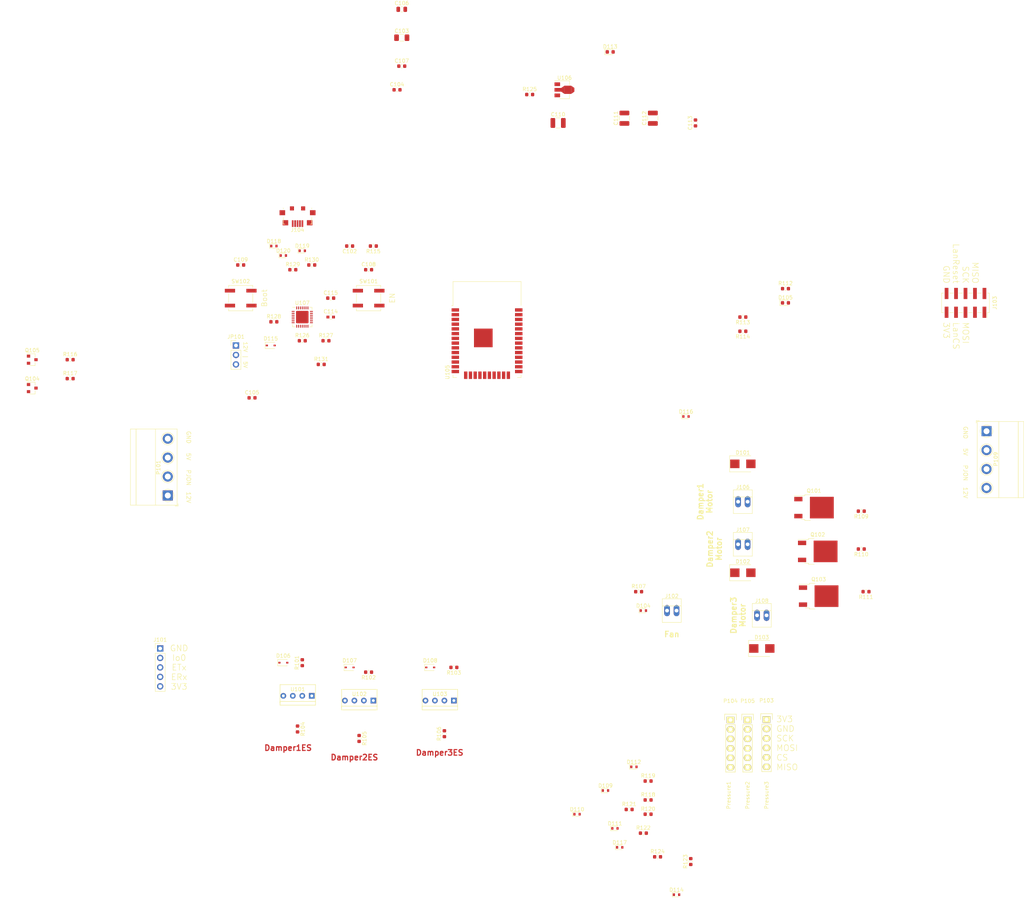
<source format=kicad_pcb>
(kicad_pcb (version 20171130) (host pcbnew 5.1.5+dfsg1-2build2)
  (layers (0 F.Cu signal) (31 B.Cu signal) (34 B.Paste user) (35 F.Paste user) (36 B.SilkS user) (37 F.SilkS user) (38 B.Mask user) (39 F.Mask user) (44 Edge.Cuts user))
  (net 0 "")
  (net 1 +12V)
  (net 2 "Net-(D101-Pad2)")
  (net 3 "Net-(D102-Pad2)")
  (net 4 "Net-(D103-Pad2)")
  (net 5 GND)
  (net 6 +5V)
  (net 7 /PJON)
  (net 8 "Net-(R101-Pad2)")
  (net 9 "Net-(R102-Pad2)")
  (net 10 "Net-(R103-Pad2)")
  (net 11 "Net-(R104-Pad1)")
  (net 12 "Net-(R105-Pad1)")
  (net 13 "Net-(R106-Pad1)")
  (net 14 /FAN)
  (net 15 /Damper1)
  (net 16 /Damper2)
  (net 17 /Damper3)
  (net 18 /EndstopDamper1)
  (net 19 /EndstopDamper2)
  (net 20 /EndstopDamper3)
  (net 21 /ESP_EN)
  (net 22 +3V3)
  (net 23 /IO0)
  (net 24 +VDC)
  (net 25 "Net-(D104-Pad1)")
  (net 26 "Net-(D105-Pad2)")
  (net 27 /ONBOARD_LED)
  (net 28 "Net-(D106-Pad1)")
  (net 29 "Net-(D107-Pad1)")
  (net 30 "Net-(D108-Pad1)")
  (net 31 /PS1_CS)
  (net 32 /PS2_CS)
  (net 33 /PS3_CS)
  (net 34 "Net-(D113-Pad2)")
  (net 35 /MISO)
  (net 36 /VBUS)
  (net 37 /MOSI)
  (net 38 /SCK)
  (net 39 /UCD-)
  (net 40 /UCD+)
  (net 41 /RXD0)
  (net 42 /TXD0)
  (net 43 /LAN_CS)
  (net 44 /LAN_RESET)
  (net 45 "Net-(Q101-Pad2)")
  (net 46 "Net-(Q102-Pad2)")
  (net 47 "Net-(Q103-Pad2)")
  (net 48 /RTS)
  (net 49 "Net-(Q104-Pad1)")
  (net 50 /DTR)
  (net 51 "Net-(Q105-Pad1)")
  (net 52 /RXD)
  (net 53 /TXD)
  (net 54 "Net-(R118-Pad1)")
  (net 55 "Net-(R119-Pad2)")
  (net 56 "Net-(R120-Pad2)")
  (net 57 "Net-(R121-Pad2)")
  (net 58 "Net-(R122-Pad2)")
  (net 59 "Net-(R123-Pad2)")
  (net 60 "Net-(R124-Pad2)")
  (net 61 "Net-(R126-Pad1)")
  (net 62 "Net-(R128-Pad2)")
  (net 63 /USB_D-)
  (net 64 /USB_D+)
  (net 65 "Net-(R131-Pad1)")
  (module FootprintsTittelbach:WJ2EDGRC-5.08-4P (layer F.Cu) (at 250.75 71.25 270)
    (fp_text reference P109 (at 7.5 -2.5 90) (layer F.SilkS))
    (fp_text value PWR_BUS_CONN2)
    (pad 1 thru_hole rect (at 0 0 270) (size 2.7 2.7) (drill 1.6) (layers *.Cu *.Mask) (net 5 GND))
    (pad 2 thru_hole circle (at 5.08 0 270) (size 2.7 2.7) (drill 1.6) (layers *.Cu *.Mask) (net 6 +5V))
    (pad 3 thru_hole circle (at 10.16 0 270) (size 2.7 2.7) (drill 1.6) (layers *.Cu *.Mask) (net 7 /PJON))
    (pad 4 thru_hole circle (at 15.24 0 270) (size 2.7 2.7) (drill 1.6) (layers *.Cu *.Mask) (net 1 +12V))
  )
  (module FootprintsTittelbach:WJ2EDGRC-5.08-4P (layer F.Cu) (at 31.25 88.5 90)
    (fp_text reference P101 (at 7.5 -2.5 90) (layer F.SilkS))
    (fp_text value PWR_BUS_CONN1)
    (pad 1 thru_hole rect (at 0 0 90) (size 2.7 2.7) (drill 1.6) (layers *.Cu *.Mask) (net 1 +12V))
    (pad 2 thru_hole circle (at 5.08 0 90) (size 2.7 2.7) (drill 1.6) (layers *.Cu *.Mask) (net 7 /PJON))
    (pad 3 thru_hole circle (at 10.16 0 90) (size 2.7 2.7) (drill 1.6) (layers *.Cu *.Mask) (net 6 +5V))
    (pad 4 thru_hole circle (at 15.24 0 90) (size 2.7 2.7) (drill 1.6) (layers *.Cu *.Mask) (net 5 GND))
  )
  (module Resistor_SMD:R_0603_1608Metric (layer F.Cu) (at 218.44 114.3 180)
    (fp_text reference R111 (at 0 -1.43) (layer F.SilkS))
    (fp_text value "100(1%)")
    (pad 2 smd roundrect (at 0.7875 0 180) (size 0.875 0.95) (layers F.Cu F.Paste F.Mask) (net 17 /Damper3))
    (pad 1 smd roundrect (at -0.7875 0 180) (size 0.875 0.95) (layers F.Cu F.Paste F.Mask) (net 47 "Net-(Q103-Pad2)"))
  )
  (module Resistor_SMD:R_0603_1608Metric (layer F.Cu) (at 217.17 102.87 180)
    (fp_text reference R110 (at 0 -1.43) (layer F.SilkS))
    (fp_text value "100(1%)")
    (pad 2 smd roundrect (at 0.7875 0 180) (size 0.875 0.95) (layers F.Cu F.Paste F.Mask) (net 16 /Damper2))
    (pad 1 smd roundrect (at -0.7875 0 180) (size 0.875 0.95) (layers F.Cu F.Paste F.Mask) (net 46 "Net-(Q102-Pad2)"))
  )
  (module Resistor_SMD:R_0603_1608Metric (layer F.Cu) (at 217.17 92.71 180)
    (fp_text reference R109 (at 0 -1.43) (layer F.SilkS))
    (fp_text value "100(1%)")
    (pad 2 smd roundrect (at 0.7875 0 180) (size 0.875 0.95) (layers F.Cu F.Paste F.Mask) (net 15 /Damper1))
    (pad 1 smd roundrect (at -0.7875 0 180) (size 0.875 0.95) (layers F.Cu F.Paste F.Mask) (net 45 "Net-(Q101-Pad2)"))
  )
  (module Resistor_SMD:R_0603_1608Metric (layer F.Cu) (at 157.48 114.3)
    (fp_text reference R107 (at 0 -1.43) (layer F.SilkS))
    (fp_text value "160(1%)")
    (pad 2 smd roundrect (at 0.7875 0) (size 0.875 0.95) (layers F.Cu F.Paste F.Mask) (net 14 /FAN))
    (pad 1 smd roundrect (at -0.7875 0) (size 0.875 0.95) (layers F.Cu F.Paste F.Mask) (net 25 "Net-(D104-Pad1)"))
  )
  (module Resistor_SMD:R_0603_1608Metric (layer F.Cu) (at 105.41 152.4 90)
    (fp_text reference R106 (at 0 -1.43 90) (layer F.SilkS))
    (fp_text value 2K2)
    (pad 2 smd roundrect (at 0.7875 0 90) (size 0.875 0.95) (layers F.Cu F.Paste F.Mask) (net 5 GND))
    (pad 1 smd roundrect (at -0.7875 0 90) (size 0.875 0.95) (layers F.Cu F.Paste F.Mask) (net 13 "Net-(R106-Pad1)"))
  )
  (module Resistor_SMD:R_0603_1608Metric (layer F.Cu) (at 82.55 153.67 270)
    (fp_text reference R105 (at 0 -1.43 90) (layer F.SilkS))
    (fp_text value 2K2)
    (pad 2 smd roundrect (at 0.7875 0 270) (size 0.875 0.95) (layers F.Cu F.Paste F.Mask) (net 5 GND))
    (pad 1 smd roundrect (at -0.7875 0 270) (size 0.875 0.95) (layers F.Cu F.Paste F.Mask) (net 12 "Net-(R105-Pad1)"))
  )
  (module Resistor_SMD:R_0603_1608Metric (layer F.Cu) (at 66.04 151.13 270)
    (fp_text reference R104 (at 0 -1.43 90) (layer F.SilkS))
    (fp_text value 2K2)
    (pad 2 smd roundrect (at 0.7875 0 270) (size 0.875 0.95) (layers F.Cu F.Paste F.Mask) (net 5 GND))
    (pad 1 smd roundrect (at -0.7875 0 270) (size 0.875 0.95) (layers F.Cu F.Paste F.Mask) (net 11 "Net-(R104-Pad1)"))
  )
  (module Resistor_SMD:R_0603_1608Metric (layer F.Cu) (at 107.95 134.62 180)
    (fp_text reference R103 (at 0 -1.43) (layer F.SilkS))
    (fp_text value "43(1%)")
    (pad 2 smd roundrect (at 0.7875 0 180) (size 0.875 0.95) (layers F.Cu F.Paste F.Mask) (net 10 "Net-(R103-Pad2)"))
    (pad 1 smd roundrect (at -0.7875 0 180) (size 0.875 0.95) (layers F.Cu F.Paste F.Mask) (net 22 +3V3))
  )
  (module Resistor_SMD:R_0603_1608Metric (layer F.Cu) (at 85.09 135.89 180)
    (fp_text reference R102 (at 0 -1.43) (layer F.SilkS))
    (fp_text value "43(1%)")
    (pad 2 smd roundrect (at 0.7875 0 180) (size 0.875 0.95) (layers F.Cu F.Paste F.Mask) (net 9 "Net-(R102-Pad2)"))
    (pad 1 smd roundrect (at -0.7875 0 180) (size 0.875 0.95) (layers F.Cu F.Paste F.Mask) (net 22 +3V3))
  )
  (module Resistor_SMD:R_0603_1608Metric (layer F.Cu) (at 67.31 133.35 90)
    (fp_text reference R101 (at 0 -1.43 90) (layer F.SilkS))
    (fp_text value "43(1%)")
    (pad 2 smd roundrect (at 0.7875 0 90) (size 0.875 0.95) (layers F.Cu F.Paste F.Mask) (net 8 "Net-(R101-Pad2)"))
    (pad 1 smd roundrect (at -0.7875 0 90) (size 0.875 0.95) (layers F.Cu F.Paste F.Mask) (net 22 +3V3))
  )
  (module Diode_SMD:D_SOD-323 (layer F.Cu) (at 58.86 48.26)
    (fp_text reference D115 (at 0 -1.85) (layer F.SilkS))
    (fp_text value BAT760-7)
    (pad 2 smd rect (at 1.05 0) (size 0.6 0.45) (layers F.Cu F.Paste F.Mask) (net 36 /VBUS))
    (pad 1 smd rect (at -1.05 0) (size 0.6 0.45) (layers F.Cu F.Paste F.Mask) (net 24 +VDC))
  )
  (module Diode_SMD:D_SOD-323 (layer F.Cu) (at 101.6 134.62)
    (fp_text reference D108 (at 0 -1.85) (layer F.SilkS))
    (fp_text value BAT760-7)
    (pad 2 smd rect (at 1.05 0) (size 0.6 0.45) (layers F.Cu F.Paste F.Mask) (net 20 /EndstopDamper3))
    (pad 1 smd rect (at -1.05 0) (size 0.6 0.45) (layers F.Cu F.Paste F.Mask) (net 30 "Net-(D108-Pad1)"))
  )
  (module Diode_SMD:D_SOD-323 (layer F.Cu) (at 80.01 134.62)
    (fp_text reference D107 (at 0 -1.85) (layer F.SilkS))
    (fp_text value BAT760-7)
    (pad 2 smd rect (at 1.05 0) (size 0.6 0.45) (layers F.Cu F.Paste F.Mask) (net 19 /EndstopDamper2))
    (pad 1 smd rect (at -1.05 0) (size 0.6 0.45) (layers F.Cu F.Paste F.Mask) (net 29 "Net-(D107-Pad1)"))
  )
  (module Diode_SMD:D_SOD-323 (layer F.Cu) (at 62.23 133.35)
    (fp_text reference D106 (at 0 -1.85) (layer F.SilkS))
    (fp_text value BAT760-7)
    (pad 2 smd rect (at 1.05 0) (size 0.6 0.45) (layers F.Cu F.Paste F.Mask) (net 18 /EndstopDamper1))
    (pad 1 smd rect (at -1.05 0) (size 0.6 0.45) (layers F.Cu F.Paste F.Mask) (net 28 "Net-(D106-Pad1)"))
  )
  (module Package_TO_SOT_SMD:TO-252-2 (layer F.Cu) (at 205.75 115.5)
    (fp_text reference Q103 (at 0 -4.5) (layer F.SilkS))
    (fp_text value IRLR8743TRPBF)
    (pad 2 smd rect (at 2.1 0) (size 6.4 5.8) (layers F.Cu F.Mask) (net 47 "Net-(Q103-Pad2)"))
    (pad 3 smd rect (at -4.2 2.28) (size 2.2 1.2) (layers F.Cu F.Paste F.Mask) (net 5 GND))
    (pad 1 smd rect (at -4.2 -2.28) (size 2.2 1.2) (layers F.Cu F.Paste F.Mask) (net 4 "Net-(D103-Pad2)"))
  )
  (module Package_TO_SOT_SMD:TO-252-2 (layer F.Cu) (at 205.5 103.5)
    (fp_text reference Q102 (at 0 -4.5) (layer F.SilkS))
    (fp_text value IRLR8743TRPBF)
    (pad 2 smd rect (at 2.1 0) (size 6.4 5.8) (layers F.Cu F.Mask) (net 46 "Net-(Q102-Pad2)"))
    (pad 3 smd rect (at -4.2 2.28) (size 2.2 1.2) (layers F.Cu F.Paste F.Mask) (net 5 GND))
    (pad 1 smd rect (at -4.2 -2.28) (size 2.2 1.2) (layers F.Cu F.Paste F.Mask) (net 3 "Net-(D102-Pad2)"))
  )
  (module Package_TO_SOT_SMD:TO-252-2 (layer F.Cu) (at 204.5 91.75)
    (fp_text reference Q101 (at 0 -4.5) (layer F.SilkS))
    (fp_text value IRLR8743TRPBF)
    (pad 2 smd rect (at 2.1 0) (size 6.4 5.8) (layers F.Cu F.Mask) (net 45 "Net-(Q101-Pad2)"))
    (pad 3 smd rect (at -4.2 2.28) (size 2.2 1.2) (layers F.Cu F.Paste F.Mask) (net 5 GND))
    (pad 1 smd rect (at -4.2 -2.28) (size 2.2 1.2) (layers F.Cu F.Paste F.Mask) (net 2 "Net-(D101-Pad2)"))
  )
  (module Package_DFN_QFN:QFN-28-1EP_5x5mm_P0.5mm_EP3.35x3.35mm (layer F.Cu) (at 67.31 40.64)
    (fp_text reference U107 (at 0 -3.8) (layer F.SilkS))
    (fp_text value CP2102N-A01-GQFN28)
    (pad 28 smd roundrect (at -1.5 -2.45) (size 0.25 0.8) (layers F.Cu F.Paste F.Mask) (net 50 /DTR))
    (pad 27 smd roundrect (at -1 -2.45) (size 0.25 0.8) (layers F.Cu F.Paste F.Mask))
    (pad 26 smd roundrect (at -0.5 -2.45) (size 0.25 0.8) (layers F.Cu F.Paste F.Mask) (net 53 /TXD))
    (pad 25 smd roundrect (at 0 -2.45) (size 0.25 0.8) (layers F.Cu F.Paste F.Mask) (net 52 /RXD))
    (pad 24 smd roundrect (at 0.5 -2.45) (size 0.25 0.8) (layers F.Cu F.Paste F.Mask) (net 48 /RTS))
    (pad 23 smd roundrect (at 1 -2.45) (size 0.25 0.8) (layers F.Cu F.Paste F.Mask))
    (pad 22 smd roundrect (at 1.5 -2.45) (size 0.25 0.8) (layers F.Cu F.Paste F.Mask))
    (pad 21 smd roundrect (at 2.45 -1.5) (size 0.8 0.25) (layers F.Cu F.Paste F.Mask))
    (pad 20 smd roundrect (at 2.45 -1) (size 0.8 0.25) (layers F.Cu F.Paste F.Mask))
    (pad 19 smd roundrect (at 2.45 -0.5) (size 0.8 0.25) (layers F.Cu F.Paste F.Mask))
    (pad 18 smd roundrect (at 2.45 0) (size 0.8 0.25) (layers F.Cu F.Paste F.Mask))
    (pad 17 smd roundrect (at 2.45 0.5) (size 0.8 0.25) (layers F.Cu F.Paste F.Mask))
    (pad 16 smd roundrect (at 2.45 1) (size 0.8 0.25) (layers F.Cu F.Paste F.Mask))
    (pad 15 smd roundrect (at 2.45 1.5) (size 0.8 0.25) (layers F.Cu F.Paste F.Mask))
    (pad 14 smd roundrect (at 1.5 2.45) (size 0.25 0.8) (layers F.Cu F.Paste F.Mask))
    (pad 13 smd roundrect (at 1 2.45) (size 0.25 0.8) (layers F.Cu F.Paste F.Mask))
    (pad 12 smd roundrect (at 0.5 2.45) (size 0.25 0.8) (layers F.Cu F.Paste F.Mask))
    (pad 11 smd roundrect (at 0 2.45) (size 0.25 0.8) (layers F.Cu F.Paste F.Mask) (net 65 "Net-(R131-Pad1)"))
    (pad 10 smd roundrect (at -0.5 2.45) (size 0.25 0.8) (layers F.Cu F.Paste F.Mask))
    (pad 9 smd roundrect (at -1 2.45) (size 0.25 0.8) (layers F.Cu F.Paste F.Mask) (net 62 "Net-(R128-Pad2)"))
    (pad 8 smd roundrect (at -1.5 2.45) (size 0.25 0.8) (layers F.Cu F.Paste F.Mask) (net 61 "Net-(R126-Pad1)"))
    (pad 7 smd roundrect (at -2.45 1.5) (size 0.8 0.25) (layers F.Cu F.Paste F.Mask) (net 22 +3V3))
    (pad 6 smd roundrect (at -2.45 1) (size 0.8 0.25) (layers F.Cu F.Paste F.Mask) (net 22 +3V3))
    (pad 5 smd roundrect (at -2.45 0.5) (size 0.8 0.25) (layers F.Cu F.Paste F.Mask) (net 63 /USB_D-))
    (pad 4 smd roundrect (at -2.45 0) (size 0.8 0.25) (layers F.Cu F.Paste F.Mask) (net 64 /USB_D+))
    (pad 3 smd roundrect (at -2.45 -0.5) (size 0.8 0.25) (layers F.Cu F.Paste F.Mask) (net 5 GND))
    (pad 2 smd roundrect (at -2.45 -1) (size 0.8 0.25) (layers F.Cu F.Paste F.Mask))
    (pad 1 smd roundrect (at -2.45 -1.5) (size 0.8 0.25) (layers F.Cu F.Paste F.Mask))
    (pad 29 smd roundrect (at 0 0) (size 3.35 3.35) (layers F.Cu F.Mask) (roundrect_rratio 0.074627) (net 5 GND))
  )
  (module Package_TO_SOT_SMD:SOT-89-3 (layer F.Cu) (at 137.16 -20.32)
    (fp_text reference U106 (at 0.45 -3.2) (layer F.SilkS))
    (fp_text value AMS1117-3.3)
    (pad 2 smd trapezoid (at -0.0762 0 90) (size 1.5 1) (rect_delta 0 0.7) (layers F.Cu F.Paste F.Mask) (net 22 +3V3))
    (pad 2 smd rect (at 1.3335 0 270) (size 2.2 1.84) (layers F.Cu F.Paste F.Mask) (net 22 +3V3))
    (pad 3 smd rect (at -1.48 1.5 270) (size 1 1.5) (layers F.Cu F.Paste F.Mask) (net 24 +VDC))
    (pad 2 smd rect (at -1.3335 0 270) (size 1 1.8) (layers F.Cu F.Paste F.Mask) (net 22 +3V3))
    (pad 1 smd rect (at -1.48 -1.5 270) (size 1 1.5) (layers F.Cu F.Paste F.Mask) (net 5 GND))
    (pad 2 smd trapezoid (at 2.667 0 270) (size 1.6 0.85) (rect_delta 0 0.6) (layers F.Cu F.Paste F.Mask) (net 22 +3V3))
  )
  (module RF_Module:ESP32-WROOM-32 (layer F.Cu) (at 116.84 46.99)
    (fp_text reference U105 (at -10.61 8.43 90) (layer F.SilkS))
    (fp_text value ESP32-WROOM-32E)
    (pad 38 smd rect (at 8.5 -8.255) (size 2 0.9) (layers F.Cu F.Paste F.Mask) (net 5 GND))
    (pad 37 smd rect (at 8.5 -6.985) (size 2 0.9) (layers F.Cu F.Paste F.Mask) (net 17 /Damper3))
    (pad 36 smd rect (at 8.5 -5.715) (size 2 0.9) (layers F.Cu F.Paste F.Mask) (net 16 /Damper2))
    (pad 35 smd rect (at 8.5 -4.445) (size 2 0.9) (layers F.Cu F.Paste F.Mask) (net 42 /TXD0))
    (pad 34 smd rect (at 8.5 -3.175) (size 2 0.9) (layers F.Cu F.Paste F.Mask) (net 41 /RXD0))
    (pad 33 smd rect (at 8.5 -1.905) (size 2 0.9) (layers F.Cu F.Paste F.Mask) (net 15 /Damper1))
    (pad 32 smd rect (at 8.5 -0.635) (size 2 0.9) (layers F.Cu F.Paste F.Mask))
    (pad 31 smd rect (at 8.5 0.635) (size 2 0.9) (layers F.Cu F.Paste F.Mask) (net 20 /EndstopDamper3))
    (pad 30 smd rect (at 8.5 1.905) (size 2 0.9) (layers F.Cu F.Paste F.Mask) (net 19 /EndstopDamper2))
    (pad 29 smd rect (at 8.5 3.175) (size 2 0.9) (layers F.Cu F.Paste F.Mask))
    (pad 28 smd rect (at 8.5 4.445) (size 2 0.9) (layers F.Cu F.Paste F.Mask) (net 18 /EndstopDamper1))
    (pad 27 smd rect (at 8.5 5.715) (size 2 0.9) (layers F.Cu F.Paste F.Mask) (net 44 /LAN_RESET))
    (pad 26 smd rect (at 8.5 6.985) (size 2 0.9) (layers F.Cu F.Paste F.Mask))
    (pad 25 smd rect (at 8.5 8.255) (size 2 0.9) (layers F.Cu F.Paste F.Mask) (net 23 /IO0))
    (pad 24 smd rect (at 5.715 9.255 90) (size 2 0.9) (layers F.Cu F.Paste F.Mask) (net 27 /ONBOARD_LED))
    (pad 23 smd rect (at 4.445 9.255 90) (size 2 0.9) (layers F.Cu F.Paste F.Mask) (net 43 /LAN_CS))
    (pad 22 smd rect (at 3.175 9.255 90) (size 2 0.9) (layers F.Cu F.Paste F.Mask))
    (pad 21 smd rect (at 1.905 9.255 90) (size 2 0.9) (layers F.Cu F.Paste F.Mask))
    (pad 20 smd rect (at 0.635 9.255 90) (size 2 0.9) (layers F.Cu F.Paste F.Mask))
    (pad 19 smd rect (at -0.635 9.255 90) (size 2 0.9) (layers F.Cu F.Paste F.Mask))
    (pad 18 smd rect (at -1.905 9.255 90) (size 2 0.9) (layers F.Cu F.Paste F.Mask))
    (pad 17 smd rect (at -3.175 9.255 90) (size 2 0.9) (layers F.Cu F.Paste F.Mask))
    (pad 16 smd rect (at -4.445 9.255 90) (size 2 0.9) (layers F.Cu F.Paste F.Mask) (net 59 "Net-(R123-Pad2)"))
    (pad 15 smd rect (at -5.715 9.255 90) (size 2 0.9) (layers F.Cu F.Paste F.Mask) (net 5 GND))
    (pad 14 smd rect (at -8.5 8.255) (size 2 0.9) (layers F.Cu F.Paste F.Mask) (net 60 "Net-(R124-Pad2)"))
    (pad 13 smd rect (at -8.5 6.985) (size 2 0.9) (layers F.Cu F.Paste F.Mask) (net 58 "Net-(R122-Pad2)"))
    (pad 12 smd rect (at -8.5 5.715) (size 2 0.9) (layers F.Cu F.Paste F.Mask) (net 56 "Net-(R120-Pad2)"))
    (pad 11 smd rect (at -8.5 4.445) (size 2 0.9) (layers F.Cu F.Paste F.Mask) (net 57 "Net-(R121-Pad2)"))
    (pad 10 smd rect (at -8.5 3.175) (size 2 0.9) (layers F.Cu F.Paste F.Mask) (net 14 /FAN))
    (pad 9 smd rect (at -8.5 1.905) (size 2 0.9) (layers F.Cu F.Paste F.Mask) (net 54 "Net-(R118-Pad1)"))
    (pad 8 smd rect (at -8.5 0.635) (size 2 0.9) (layers F.Cu F.Paste F.Mask) (net 55 "Net-(R119-Pad2)"))
    (pad 7 smd rect (at -8.5 -0.635) (size 2 0.9) (layers F.Cu F.Paste F.Mask))
    (pad 6 smd rect (at -8.5 -1.905) (size 2 0.9) (layers F.Cu F.Paste F.Mask))
    (pad 5 smd rect (at -8.5 -3.175) (size 2 0.9) (layers F.Cu F.Paste F.Mask))
    (pad 4 smd rect (at -8.5 -4.445) (size 2 0.9) (layers F.Cu F.Paste F.Mask))
    (pad 3 smd rect (at -8.5 -5.715) (size 2 0.9) (layers F.Cu F.Paste F.Mask) (net 21 /ESP_EN))
    (pad 2 smd rect (at -8.5 -6.985) (size 2 0.9) (layers F.Cu F.Paste F.Mask) (net 22 +3V3))
    (pad 1 smd rect (at -8.5 -8.255) (size 2 0.9) (layers F.Cu F.Paste F.Mask) (net 5 GND))
    (pad 39 smd rect (at -1 -0.755) (size 5 5) (layers F.Cu F.Paste F.Mask) (net 5 GND))
  )
  (module FootprintsTittelbach:Ckmtw_2510S-4P (layer F.Cu) (at 107.95 143.51 180)
    (fp_text reference U103 (at 3.75 1.75) (layer F.SilkS))
    (fp_text value Gabellichtschranke)
    (pad 4 thru_hole circle (at 7.62 0 180) (size 1.524 1.524) (drill 0.762) (layers *.Cu *.Mask) (net 13 "Net-(R106-Pad1)"))
    (pad 3 thru_hole circle (at 5.08 0 180) (size 1.524 1.524) (drill 0.762) (layers *.Cu *.Mask) (net 30 "Net-(D108-Pad1)"))
    (pad 2 thru_hole circle (at 2.54 0 180) (size 1.524 1.524) (drill 0.762) (layers *.Cu *.Mask) (net 5 GND))
    (pad 1 thru_hole rect (at 0 0 180) (size 1.524 1.524) (drill 0.762) (layers *.Cu *.Mask) (net 10 "Net-(R103-Pad2)"))
  )
  (module FootprintsTittelbach:Ckmtw_2510S-4P (layer F.Cu) (at 86.36 143.51 180)
    (fp_text reference U102 (at 3.75 1.75) (layer F.SilkS))
    (fp_text value Gabellichtschranke)
    (pad 4 thru_hole circle (at 7.62 0 180) (size 1.524 1.524) (drill 0.762) (layers *.Cu *.Mask) (net 12 "Net-(R105-Pad1)"))
    (pad 3 thru_hole circle (at 5.08 0 180) (size 1.524 1.524) (drill 0.762) (layers *.Cu *.Mask) (net 29 "Net-(D107-Pad1)"))
    (pad 2 thru_hole circle (at 2.54 0 180) (size 1.524 1.524) (drill 0.762) (layers *.Cu *.Mask) (net 5 GND))
    (pad 1 thru_hole rect (at 0 0 180) (size 1.524 1.524) (drill 0.762) (layers *.Cu *.Mask) (net 9 "Net-(R102-Pad2)"))
  )
  (module FootprintsTittelbach:Ckmtw_2510S-4P (layer F.Cu) (at 69.85 142.24 180)
    (fp_text reference U101 (at 3.75 1.75) (layer F.SilkS))
    (fp_text value Gabellichtschranke)
    (pad 4 thru_hole circle (at 7.62 0 180) (size 1.524 1.524) (drill 0.762) (layers *.Cu *.Mask) (net 11 "Net-(R104-Pad1)"))
    (pad 3 thru_hole circle (at 5.08 0 180) (size 1.524 1.524) (drill 0.762) (layers *.Cu *.Mask) (net 28 "Net-(D106-Pad1)"))
    (pad 2 thru_hole circle (at 2.54 0 180) (size 1.524 1.524) (drill 0.762) (layers *.Cu *.Mask) (net 5 GND))
    (pad 1 thru_hole rect (at 0 0 180) (size 1.524 1.524) (drill 0.762) (layers *.Cu *.Mask) (net 8 "Net-(R101-Pad2)"))
  )
  (module Button_Switch_SMD:SW_SPST_B3SL-1022P (layer F.Cu) (at 50.8 35.56)
    (fp_text reference SW102 (at 0 -4.5) (layer F.SilkS))
    (fp_text value SW_Push)
    (pad 2 smd rect (at -2.88 2) (size 2.75 1) (layers F.Cu F.Paste F.Mask) (net 23 /IO0))
    (pad 2 smd rect (at 2.88 2) (size 2.75 1) (layers F.Cu F.Paste F.Mask) (net 23 /IO0))
    (pad 1 smd rect (at 2.88 -2) (size 2.75 1) (layers F.Cu F.Paste F.Mask) (net 5 GND))
    (pad 1 smd rect (at -2.88 -2) (size 2.75 1) (layers F.Cu F.Paste F.Mask) (net 5 GND))
  )
  (module Button_Switch_SMD:SW_SPST_B3SL-1022P (layer F.Cu) (at 85.09 35.56)
    (fp_text reference SW101 (at 0 -4.5) (layer F.SilkS))
    (fp_text value SW_Push)
    (pad 2 smd rect (at -2.88 2) (size 2.75 1) (layers F.Cu F.Paste F.Mask) (net 21 /ESP_EN))
    (pad 2 smd rect (at 2.88 2) (size 2.75 1) (layers F.Cu F.Paste F.Mask) (net 21 /ESP_EN))
    (pad 1 smd rect (at 2.88 -2) (size 2.75 1) (layers F.Cu F.Paste F.Mask) (net 5 GND))
    (pad 1 smd rect (at -2.88 -2) (size 2.75 1) (layers F.Cu F.Paste F.Mask) (net 5 GND))
  )
  (module Resistor_SMD:R_0603_1608Metric (layer F.Cu) (at 72.39 53.34)
    (fp_text reference R131 (at 0 -1.43) (layer F.SilkS))
    (fp_text value "10K(5%)")
    (pad 2 smd roundrect (at 0.7875 0) (size 0.875 0.95) (layers F.Cu F.Paste F.Mask) (net 5 GND))
    (pad 1 smd roundrect (at -0.7875 0) (size 0.875 0.95) (layers F.Cu F.Paste F.Mask) (net 65 "Net-(R131-Pad1)"))
  )
  (module Resistor_SMD:R_0603_1608Metric (layer F.Cu) (at 69.85 26.67)
    (fp_text reference R130 (at 0 -1.43) (layer F.SilkS))
    (fp_text value "22(1%)")
    (pad 2 smd roundrect (at 0.7875 0) (size 0.875 0.95) (layers F.Cu F.Paste F.Mask) (net 40 /UCD+))
    (pad 1 smd roundrect (at -0.7875 0) (size 0.875 0.95) (layers F.Cu F.Paste F.Mask) (net 64 /USB_D+))
  )
  (module Resistor_SMD:R_0603_1608Metric (layer F.Cu) (at 64.77 27.94)
    (fp_text reference R129 (at 0 -1.43) (layer F.SilkS))
    (fp_text value "22(1%)")
    (pad 2 smd roundrect (at 0.7875 0) (size 0.875 0.95) (layers F.Cu F.Paste F.Mask) (net 39 /UCD-))
    (pad 1 smd roundrect (at -0.7875 0) (size 0.875 0.95) (layers F.Cu F.Paste F.Mask) (net 63 /USB_D-))
  )
  (module Resistor_SMD:R_0603_1608Metric (layer F.Cu) (at 59.69 41.91)
    (fp_text reference R128 (at 0 -1.43) (layer F.SilkS))
    (fp_text value "2K(5%)")
    (pad 2 smd roundrect (at 0.7875 0) (size 0.875 0.95) (layers F.Cu F.Paste F.Mask) (net 62 "Net-(R128-Pad2)"))
    (pad 1 smd roundrect (at -0.7875 0) (size 0.875 0.95) (layers F.Cu F.Paste F.Mask) (net 22 +3V3))
  )
  (module Resistor_SMD:R_0603_1608Metric (layer F.Cu) (at 73.66 46.99)
    (fp_text reference R127 (at 0 -1.43) (layer F.SilkS))
    (fp_text value "47.5K(5%)")
    (pad 2 smd roundrect (at 0.7875 0) (size 0.875 0.95) (layers F.Cu F.Paste F.Mask) (net 5 GND))
    (pad 1 smd roundrect (at -0.7875 0) (size 0.875 0.95) (layers F.Cu F.Paste F.Mask) (net 61 "Net-(R126-Pad1)"))
  )
  (module Resistor_SMD:R_0603_1608Metric (layer F.Cu) (at 67.31 46.99)
    (fp_text reference R126 (at 0 -1.43) (layer F.SilkS))
    (fp_text value "22.1K(5%)")
    (pad 2 smd roundrect (at 0.7875 0) (size 0.875 0.95) (layers F.Cu F.Paste F.Mask) (net 36 /VBUS))
    (pad 1 smd roundrect (at -0.7875 0) (size 0.875 0.95) (layers F.Cu F.Paste F.Mask) (net 61 "Net-(R126-Pad1)"))
  )
  (module Resistor_SMD:R_0603_1608Metric (layer F.Cu) (at 128.27 -19.05)
    (fp_text reference R125 (at 0 -1.43) (layer F.SilkS))
    (fp_text value 2K)
    (pad 2 smd roundrect (at 0.7875 0) (size 0.875 0.95) (layers F.Cu F.Paste F.Mask) (net 34 "Net-(D113-Pad2)"))
    (pad 1 smd roundrect (at -0.7875 0) (size 0.875 0.95) (layers F.Cu F.Paste F.Mask) (net 24 +VDC))
  )
  (module Resistor_SMD:R_0603_1608Metric (layer F.Cu) (at 162.56 185.42)
    (fp_text reference R124 (at 0 -1.43) (layer F.SilkS))
    (fp_text value "22(1%)")
    (pad 2 smd roundrect (at 0.7875 0) (size 0.875 0.95) (layers F.Cu F.Paste F.Mask) (net 60 "Net-(R124-Pad2)"))
    (pad 1 smd roundrect (at -0.7875 0) (size 0.875 0.95) (layers F.Cu F.Paste F.Mask) (net 35 /MISO))
  )
  (module Resistor_SMD:R_0603_1608Metric (layer F.Cu) (at 171.45 186.69 90)
    (fp_text reference R123 (at 0 -1.43 90) (layer F.SilkS))
    (fp_text value "22(1%)")
    (pad 2 smd roundrect (at 0.7875 0 90) (size 0.875 0.95) (layers F.Cu F.Paste F.Mask) (net 59 "Net-(R123-Pad2)"))
    (pad 1 smd roundrect (at -0.7875 0 90) (size 0.875 0.95) (layers F.Cu F.Paste F.Mask) (net 37 /MOSI))
  )
  (module Resistor_SMD:R_0603_1608Metric (layer F.Cu) (at 158.75 179.07)
    (fp_text reference R122 (at 0 -1.43) (layer F.SilkS))
    (fp_text value "22(1%)")
    (pad 2 smd roundrect (at 0.7875 0) (size 0.875 0.95) (layers F.Cu F.Paste F.Mask) (net 58 "Net-(R122-Pad2)"))
    (pad 1 smd roundrect (at -0.7875 0) (size 0.875 0.95) (layers F.Cu F.Paste F.Mask) (net 38 /SCK))
  )
  (module Resistor_SMD:R_0603_1608Metric (layer F.Cu) (at 154.94 172.72)
    (fp_text reference R121 (at 0 -1.43) (layer F.SilkS))
    (fp_text value "22(1%)")
    (pad 2 smd roundrect (at 0.7875 0) (size 0.875 0.95) (layers F.Cu F.Paste F.Mask) (net 57 "Net-(R121-Pad2)"))
    (pad 1 smd roundrect (at -0.7875 0) (size 0.875 0.95) (layers F.Cu F.Paste F.Mask) (net 31 /PS1_CS))
  )
  (module Resistor_SMD:R_0603_1608Metric (layer F.Cu) (at 160.02 173.99)
    (fp_text reference R120 (at 0 -1.43) (layer F.SilkS))
    (fp_text value "22(1%)")
    (pad 2 smd roundrect (at 0.7875 0) (size 0.875 0.95) (layers F.Cu F.Paste F.Mask) (net 56 "Net-(R120-Pad2)"))
    (pad 1 smd roundrect (at -0.7875 0) (size 0.875 0.95) (layers F.Cu F.Paste F.Mask) (net 32 /PS2_CS))
  )
  (module Resistor_SMD:R_0603_1608Metric (layer F.Cu) (at 160.02 165.1)
    (fp_text reference R119 (at 0 -1.43) (layer F.SilkS))
    (fp_text value "22(1%)")
    (pad 2 smd roundrect (at 0.7875 0) (size 0.875 0.95) (layers F.Cu F.Paste F.Mask) (net 55 "Net-(R119-Pad2)"))
    (pad 1 smd roundrect (at -0.7875 0) (size 0.875 0.95) (layers F.Cu F.Paste F.Mask) (net 33 /PS3_CS))
  )
  (module Resistor_SMD:R_0603_1608Metric (layer F.Cu) (at 160.02 170.18)
    (fp_text reference R118 (at 0 -1.43) (layer F.SilkS))
    (fp_text value "22(1%)")
    (pad 2 smd roundrect (at 0.7875 0) (size 0.875 0.95) (layers F.Cu F.Paste F.Mask) (net 7 /PJON))
    (pad 1 smd roundrect (at -0.7875 0) (size 0.875 0.95) (layers F.Cu F.Paste F.Mask) (net 54 "Net-(R118-Pad1)"))
  )
  (module Resistor_SMD:R_0603_1608Metric (layer F.Cu) (at 5.08 57.15)
    (fp_text reference R117 (at 0 -1.43) (layer F.SilkS))
    (fp_text value "10K(5%)")
    (pad 2 smd roundrect (at 0.7875 0) (size 0.875 0.95) (layers F.Cu F.Paste F.Mask) (net 48 /RTS))
    (pad 1 smd roundrect (at -0.7875 0) (size 0.875 0.95) (layers F.Cu F.Paste F.Mask) (net 51 "Net-(Q105-Pad1)"))
  )
  (module Resistor_SMD:R_0603_1608Metric (layer F.Cu) (at 5.08 52.07)
    (fp_text reference R116 (at 0 -1.43) (layer F.SilkS))
    (fp_text value "10K(5%)")
    (pad 2 smd roundrect (at 0.7875 0) (size 0.875 0.95) (layers F.Cu F.Paste F.Mask) (net 50 /DTR))
    (pad 1 smd roundrect (at -0.7875 0) (size 0.875 0.95) (layers F.Cu F.Paste F.Mask) (net 49 "Net-(Q104-Pad1)"))
  )
  (module Resistor_SMD:R_0603_1608Metric (layer F.Cu) (at 86.36 21.59 180)
    (fp_text reference R115 (at 0 -1.43) (layer F.SilkS))
    (fp_text value "10K(5%)")
    (pad 2 smd roundrect (at 0.7875 0 180) (size 0.875 0.95) (layers F.Cu F.Paste F.Mask) (net 21 /ESP_EN))
    (pad 1 smd roundrect (at -0.7875 0 180) (size 0.875 0.95) (layers F.Cu F.Paste F.Mask) (net 22 +3V3))
  )
  (module Resistor_SMD:R_0603_1608Metric (layer F.Cu) (at 185.42 44.45 180)
    (fp_text reference R114 (at 0 -1.43) (layer F.SilkS))
    (fp_text value "0R(5%)")
    (pad 2 smd roundrect (at 0.7875 0 180) (size 0.875 0.95) (layers F.Cu F.Paste F.Mask) (net 53 /TXD))
    (pad 1 smd roundrect (at -0.7875 0 180) (size 0.875 0.95) (layers F.Cu F.Paste F.Mask) (net 41 /RXD0))
  )
  (module Resistor_SMD:R_0603_1608Metric (layer F.Cu) (at 185.42 40.64 180)
    (fp_text reference R113 (at 0 -1.43) (layer F.SilkS))
    (fp_text value "0R(5%)")
    (pad 2 smd roundrect (at 0.7875 0 180) (size 0.875 0.95) (layers F.Cu F.Paste F.Mask) (net 52 /RXD))
    (pad 1 smd roundrect (at -0.7875 0 180) (size 0.875 0.95) (layers F.Cu F.Paste F.Mask) (net 42 /TXD0))
  )
  (module Resistor_SMD:R_0603_1608Metric (layer F.Cu) (at 196.85 33.02)
    (fp_text reference R112 (at 0 -1.43) (layer F.SilkS))
    (fp_text value "110(1%)")
    (pad 2 smd roundrect (at 0.7875 0) (size 0.875 0.95) (layers F.Cu F.Paste F.Mask) (net 22 +3V3))
    (pad 1 smd roundrect (at -0.7875 0) (size 0.875 0.95) (layers F.Cu F.Paste F.Mask) (net 26 "Net-(D105-Pad2)"))
  )
  (module Package_TO_SOT_SMD:SOT-23 (layer F.Cu) (at -5.08 52.07)
    (fp_text reference Q105 (at 0 -2.5) (layer F.SilkS))
    (fp_text value Q_NPN_Darlington_BEC)
    (pad 3 smd rect (at 1 0) (size 0.9 0.8) (layers F.Cu F.Paste F.Mask) (net 50 /DTR))
    (pad 2 smd rect (at -1 0.95) (size 0.9 0.8) (layers F.Cu F.Paste F.Mask) (net 23 /IO0))
    (pad 1 smd rect (at -1 -0.95) (size 0.9 0.8) (layers F.Cu F.Paste F.Mask) (net 51 "Net-(Q105-Pad1)"))
  )
  (module Package_TO_SOT_SMD:SOT-23 (layer F.Cu) (at -5.08 59.69)
    (fp_text reference Q104 (at 0 -2.5) (layer F.SilkS))
    (fp_text value Q_NPN_Darlington_BEC)
    (pad 3 smd rect (at 1 0) (size 0.9 0.8) (layers F.Cu F.Paste F.Mask) (net 21 /ESP_EN))
    (pad 2 smd rect (at -1 0.95) (size 0.9 0.8) (layers F.Cu F.Paste F.Mask) (net 48 /RTS))
    (pad 1 smd rect (at -1 -0.95) (size 0.9 0.8) (layers F.Cu F.Paste F.Mask) (net 49 "Net-(Q104-Pad1)"))
  )
  (module Connector_PinHeader_2.54mm:PinHeader_1x03_P2.54mm_Vertical (layer F.Cu) (at 49.53 48.26)
    (fp_text reference JP101 (at 0 -2.33) (layer F.SilkS))
    (fp_text value "Jumper µC Supply")
    (pad 3 thru_hole oval (at 0 5.08) (size 1.7 1.7) (drill 1) (layers *.Cu *.Mask) (net 6 +5V))
    (pad 2 thru_hole oval (at 0 2.54) (size 1.7 1.7) (drill 1) (layers *.Cu *.Mask) (net 24 +VDC))
    (pad 1 thru_hole rect (at 0 0) (size 1.7 1.7) (drill 1) (layers *.Cu *.Mask) (net 1 +12V))
  )
  (module Connect:PINHEAD1-2 (layer F.Cu) (at 189.23 120.65)
    (fp_text reference J108 (at 1.27 -3.9) (layer F.SilkS))
    (fp_text value Ckmtw_2510S-2P)
    (pad 1 thru_hole oval (at 0 0) (size 1.51 3.01) (drill 1) (layers *.Cu *.Mask) (net 1 +12V))
    (pad 2 thru_hole oval (at 2.54 0) (size 1.51 3.01) (drill 1) (layers *.Cu *.Mask) (net 4 "Net-(D103-Pad2)"))
  )
  (module Connect:PINHEAD1-2 (layer F.Cu) (at 184.15 101.6)
    (fp_text reference J107 (at 1.27 -3.9) (layer F.SilkS))
    (fp_text value Ckmtw_2510S-2P)
    (pad 1 thru_hole oval (at 0 0) (size 1.51 3.01) (drill 1) (layers *.Cu *.Mask) (net 1 +12V))
    (pad 2 thru_hole oval (at 2.54 0) (size 1.51 3.01) (drill 1) (layers *.Cu *.Mask) (net 3 "Net-(D102-Pad2)"))
  )
  (module Connect:PINHEAD1-2 (layer F.Cu) (at 184.15 90.17)
    (fp_text reference J106 (at 1.27 -3.9) (layer F.SilkS))
    (fp_text value Ckmtw_2510S-2P)
    (pad 1 thru_hole oval (at 0 0) (size 1.51 3.01) (drill 1) (layers *.Cu *.Mask) (net 1 +12V))
    (pad 2 thru_hole oval (at 2.54 0) (size 1.51 3.01) (drill 1) (layers *.Cu *.Mask) (net 2 "Net-(D101-Pad2)"))
  )
  (module FootprintsTittelbach:USB_Micro-B_C77238 (layer F.Cu) (at 66.04 13.97 180)
    (fp_text reference J104 (at 0 -3.3 180) (layer F.SilkS))
    (fp_text value USB_B_Micro)
    (pad 6 smd rect (at 1.5 2.475 270) (size 1.1 1.1) (layers F.Cu F.Paste F.Mask) (net 5 GND))
    (pad 6 smd rect (at 4.075 1.325 180) (size 1.5 1.35) (layers F.Cu F.Paste F.Mask) (net 5 GND))
    (pad "" np_thru_hole circle (at -2 -1 180) (size 0.5 0.5) (drill 0.5) (layers *.Cu *.Mask))
    (pad "" np_thru_hole circle (at 2 -1 180) (size 0.5 0.5) (drill 0.5) (layers *.Cu *.Mask))
    (pad 6 smd rect (at -1.5 2.475 270) (size 1.1 1.1) (layers F.Cu F.Paste F.Mask) (net 5 GND))
    (pad 6 smd rect (at -4.075 1.325 180) (size 1.5 1.35) (layers F.Cu F.Paste F.Mask) (net 5 GND))
    (pad 6 smd rect (at 3.25 -1.375 270) (size 1.4 1.5) (layers F.Cu F.Paste F.Mask) (net 5 GND))
    (pad 6 smd rect (at -3.25 -1.375 180) (size 1.5 1.4) (layers F.Cu F.Paste F.Mask) (net 5 GND))
    (pad 5 smd rect (at 1.3 -1.6 180) (size 0.45 1.8) (layers F.Cu F.Paste F.Mask) (net 5 GND))
    (pad 4 smd rect (at 0.65 -1.6 180) (size 0.45 1.8) (layers F.Cu F.Paste F.Mask))
    (pad 3 smd rect (at 0 -1.6 180) (size 0.45 1.8) (layers F.Cu F.Paste F.Mask) (net 39 /UCD-))
    (pad 2 smd rect (at -0.65 -1.6 180) (size 0.45 1.8) (layers F.Cu F.Paste F.Mask) (net 40 /UCD+))
    (pad 1 smd rect (at -1.3 -1.6 180) (size 0.45 1.8) (layers F.Cu F.Paste F.Mask) (net 36 /VBUS))
  )
  (module Connector_PinSocket_2.54mm:PinSocket_2x05_P2.54mm_Vertical_SMD (layer F.Cu) (at 245.11 36.83 270)
    (fp_text reference J103 (at 0 -7.85 90) (layer F.SilkS))
    (fp_text value Conn_LAN_ENC28J60)
    (pad 10 smd rect (at -2.52 5.08 270) (size 3 1) (layers F.Cu F.Paste F.Mask) (net 5 GND))
    (pad 9 smd rect (at 2.52 5.08 270) (size 3 1) (layers F.Cu F.Paste F.Mask) (net 22 +3V3))
    (pad 8 smd rect (at -2.52 2.54 270) (size 3 1) (layers F.Cu F.Paste F.Mask) (net 44 /LAN_RESET))
    (pad 7 smd rect (at 2.52 2.54 270) (size 3 1) (layers F.Cu F.Paste F.Mask) (net 43 /LAN_CS))
    (pad 6 smd rect (at -2.52 0 270) (size 3 1) (layers F.Cu F.Paste F.Mask) (net 38 /SCK))
    (pad 5 smd rect (at 2.52 0 270) (size 3 1) (layers F.Cu F.Paste F.Mask) (net 37 /MOSI))
    (pad 4 smd rect (at -2.52 -2.54 270) (size 3 1) (layers F.Cu F.Paste F.Mask) (net 35 /MISO))
    (pad 3 smd rect (at 2.52 -2.54 270) (size 3 1) (layers F.Cu F.Paste F.Mask))
    (pad 2 smd rect (at -2.52 -5.08 270) (size 3 1) (layers F.Cu F.Paste F.Mask))
    (pad 1 smd rect (at 2.52 -5.08 270) (size 3 1) (layers F.Cu F.Paste F.Mask))
  )
  (module Connect:PINHEAD1-2 (layer F.Cu) (at 165.1 119.38)
    (fp_text reference J102 (at 1.27 -3.9) (layer F.SilkS))
    (fp_text value Ckmtw_2510S-2P)
    (pad 1 thru_hole oval (at 0 0) (size 1.51 3.01) (drill 1) (layers *.Cu *.Mask) (net 22 +3V3))
    (pad 2 thru_hole oval (at 2.54 0) (size 1.51 3.01) (drill 1) (layers *.Cu *.Mask) (net 25 "Net-(D104-Pad1)"))
  )
  (module Connector_PinHeader_2.54mm:PinHeader_1x05_P2.54mm_Vertical (layer F.Cu) (at 29.21 129.54)
    (fp_text reference J101 (at 0 -2.33) (layer F.SilkS))
    (fp_text value Conn_01x05_Male)
    (pad 5 thru_hole oval (at 0 10.16) (size 1.7 1.7) (drill 1) (layers *.Cu *.Mask) (net 22 +3V3))
    (pad 4 thru_hole oval (at 0 7.62) (size 1.7 1.7) (drill 1) (layers *.Cu *.Mask) (net 41 /RXD0))
    (pad 3 thru_hole oval (at 0 5.08) (size 1.7 1.7) (drill 1) (layers *.Cu *.Mask) (net 42 /TXD0))
    (pad 2 thru_hole oval (at 0 2.54) (size 1.7 1.7) (drill 1) (layers *.Cu *.Mask) (net 23 /IO0))
    (pad 1 thru_hole rect (at 0 0) (size 1.7 1.7) (drill 1) (layers *.Cu *.Mask) (net 5 GND))
  )
  (module Diode_SMD:D_SOD-523 (layer F.Cu) (at 62.23 24.13)
    (fp_text reference D120 (at 0 -1.3) (layer F.SilkS))
    (fp_text value LESD5D5.0CT1G)
    (pad 1 smd rect (at -0.7 0 180) (size 0.6 0.7) (layers F.Cu F.Paste F.Mask) (net 40 /UCD+))
    (pad 2 smd rect (at 0.7 0 180) (size 0.6 0.7) (layers F.Cu F.Paste F.Mask) (net 5 GND))
  )
  (module Diode_SMD:D_SOD-523 (layer F.Cu) (at 67.31 22.86)
    (fp_text reference D119 (at 0 -1.3) (layer F.SilkS))
    (fp_text value LESD5D5.0CT1G)
    (pad 1 smd rect (at -0.7 0 180) (size 0.6 0.7) (layers F.Cu F.Paste F.Mask) (net 39 /UCD-))
    (pad 2 smd rect (at 0.7 0 180) (size 0.6 0.7) (layers F.Cu F.Paste F.Mask) (net 5 GND))
  )
  (module Diode_SMD:D_SOD-523 (layer F.Cu) (at 59.69 21.59)
    (fp_text reference D118 (at 0 -1.3) (layer F.SilkS))
    (fp_text value LESD5D5.0CT1G)
    (pad 1 smd rect (at -0.7 0 180) (size 0.6 0.7) (layers F.Cu F.Paste F.Mask) (net 36 /VBUS))
    (pad 2 smd rect (at 0.7 0 180) (size 0.6 0.7) (layers F.Cu F.Paste F.Mask) (net 5 GND))
  )
  (module Diode_SMD:D_SOD-523 (layer F.Cu) (at 152.4 182.88)
    (fp_text reference D117 (at 0 -1.3) (layer F.SilkS))
    (fp_text value LESD5D5.0CT1G)
    (pad 1 smd rect (at -0.7 0 180) (size 0.6 0.7) (layers F.Cu F.Paste F.Mask) (net 38 /SCK))
    (pad 2 smd rect (at 0.7 0 180) (size 0.6 0.7) (layers F.Cu F.Paste F.Mask) (net 5 GND))
  )
  (module Diode_SMD:D_SOD-523 (layer F.Cu) (at 170.18 67.31)
    (fp_text reference D116 (at 0 -1.3) (layer F.SilkS))
    (fp_text value LESD5D5.0CT1G)
    (pad 1 smd rect (at -0.7 0 180) (size 0.6 0.7) (layers F.Cu F.Paste F.Mask) (net 37 /MOSI))
    (pad 2 smd rect (at 0.7 0 180) (size 0.6 0.7) (layers F.Cu F.Paste F.Mask) (net 5 GND))
  )
  (module Diode_SMD:D_SOD-523 (layer F.Cu) (at 167.64 195.58)
    (fp_text reference D114 (at 0 -1.3) (layer F.SilkS))
    (fp_text value LESD5D5.0CT1G)
    (pad 1 smd rect (at -0.7 0 180) (size 0.6 0.7) (layers F.Cu F.Paste F.Mask) (net 35 /MISO))
    (pad 2 smd rect (at 0.7 0 180) (size 0.6 0.7) (layers F.Cu F.Paste F.Mask) (net 5 GND))
  )
  (module LED_SMD:LED_0603_1608Metric (layer F.Cu) (at 149.86 -30.48)
    (fp_text reference D113 (at 0 -1.43) (layer F.SilkS))
    (fp_text value GREEN_LED)
    (pad 2 smd roundrect (at 0.7875 0) (size 0.875 0.95) (layers F.Cu F.Paste F.Mask) (net 34 "Net-(D113-Pad2)"))
    (pad 1 smd roundrect (at -0.7875 0) (size 0.875 0.95) (layers F.Cu F.Paste F.Mask) (net 5 GND))
  )
  (module Diode_SMD:D_SOD-523 (layer F.Cu) (at 156.21 161.29)
    (fp_text reference D112 (at 0 -1.3) (layer F.SilkS))
    (fp_text value LESD5D5.0CT1G)
    (pad 1 smd rect (at -0.7 0 180) (size 0.6 0.7) (layers F.Cu F.Paste F.Mask) (net 33 /PS3_CS))
    (pad 2 smd rect (at 0.7 0 180) (size 0.6 0.7) (layers F.Cu F.Paste F.Mask) (net 5 GND))
  )
  (module Diode_SMD:D_SOD-523 (layer F.Cu) (at 151.13 177.8)
    (fp_text reference D111 (at 0 -1.3) (layer F.SilkS))
    (fp_text value LESD5D5.0CT1G)
    (pad 1 smd rect (at -0.7 0 180) (size 0.6 0.7) (layers F.Cu F.Paste F.Mask) (net 32 /PS2_CS))
    (pad 2 smd rect (at 0.7 0 180) (size 0.6 0.7) (layers F.Cu F.Paste F.Mask) (net 5 GND))
  )
  (module Diode_SMD:D_SOD-523 (layer F.Cu) (at 140.97 173.99)
    (fp_text reference D110 (at 0 -1.3) (layer F.SilkS))
    (fp_text value LESD5D5.0CT1G)
    (pad 1 smd rect (at -0.7 0 180) (size 0.6 0.7) (layers F.Cu F.Paste F.Mask) (net 31 /PS1_CS))
    (pad 2 smd rect (at 0.7 0 180) (size 0.6 0.7) (layers F.Cu F.Paste F.Mask) (net 5 GND))
  )
  (module Diode_SMD:D_SOD-523 (layer F.Cu) (at 148.59 167.64)
    (fp_text reference D109 (at 0 -1.3) (layer F.SilkS))
    (fp_text value LESD5D5.0CT1G)
    (pad 1 smd rect (at -0.7 0 180) (size 0.6 0.7) (layers F.Cu F.Paste F.Mask) (net 7 /PJON))
    (pad 2 smd rect (at 0.7 0 180) (size 0.6 0.7) (layers F.Cu F.Paste F.Mask) (net 5 GND))
  )
  (module LED_SMD:LED_0603_1608Metric (layer F.Cu) (at 196.85 36.83)
    (fp_text reference D105 (at 0 -1.43) (layer F.SilkS))
    (fp_text value GREEN_LED)
    (pad 2 smd roundrect (at 0.7875 0) (size 0.875 0.95) (layers F.Cu F.Paste F.Mask) (net 26 "Net-(D105-Pad2)"))
    (pad 1 smd roundrect (at -0.7875 0) (size 0.875 0.95) (layers F.Cu F.Paste F.Mask) (net 27 /ONBOARD_LED))
  )
  (module Diode_SMD:D_SOD-523 (layer F.Cu) (at 158.75 119.38)
    (fp_text reference D104 (at 0 -1.3) (layer F.SilkS))
    (fp_text value LESD5D5.0CT1G)
    (pad 1 smd rect (at -0.7 0 180) (size 0.6 0.7) (layers F.Cu F.Paste F.Mask) (net 25 "Net-(D104-Pad1)"))
    (pad 2 smd rect (at 0.7 0 180) (size 0.6 0.7) (layers F.Cu F.Paste F.Mask) (net 5 GND))
  )
  (module Diode_SMD:D_SMB (layer F.Cu) (at 190.5 129.54)
    (fp_text reference D103 (at 0 -3) (layer F.SilkS))
    (fp_text value D_Schottky)
    (pad 2 smd rect (at 2.15 0) (size 2.5 2.3) (layers F.Cu F.Paste F.Mask) (net 4 "Net-(D103-Pad2)"))
    (pad 1 smd rect (at -2.15 0) (size 2.5 2.3) (layers F.Cu F.Paste F.Mask) (net 1 +12V))
  )
  (module Diode_SMD:D_SMB (layer F.Cu) (at 185.42 109.22)
    (fp_text reference D102 (at 0 -3) (layer F.SilkS))
    (fp_text value D_Schottky)
    (pad 2 smd rect (at 2.15 0) (size 2.5 2.3) (layers F.Cu F.Paste F.Mask) (net 3 "Net-(D102-Pad2)"))
    (pad 1 smd rect (at -2.15 0) (size 2.5 2.3) (layers F.Cu F.Paste F.Mask) (net 1 +12V))
  )
  (module Diode_SMD:D_SMB (layer F.Cu) (at 185.42 80.01)
    (fp_text reference D101 (at 0 -3) (layer F.SilkS))
    (fp_text value D_Schottky)
    (pad 2 smd rect (at 2.15 0) (size 2.5 2.3) (layers F.Cu F.Paste F.Mask) (net 2 "Net-(D101-Pad2)"))
    (pad 1 smd rect (at -2.15 0) (size 2.5 2.3) (layers F.Cu F.Paste F.Mask) (net 1 +12V))
  )
  (module Capacitor_SMD:C_0603_1608Metric (layer F.Cu) (at 74.93 35.56)
    (fp_text reference C115 (at 0 -1.43) (layer F.SilkS))
    (fp_text value 100nF/50V)
    (pad 2 smd roundrect (at 0.7875 0) (size 0.875 0.95) (layers F.Cu F.Paste F.Mask) (net 5 GND))
    (pad 1 smd roundrect (at -0.7875 0) (size 0.875 0.95) (layers F.Cu F.Paste F.Mask) (net 22 +3V3))
  )
  (module Capacitors_SMD:C_0603 (layer F.Cu) (at 74.93 40.64)
    (fp_text reference C114 (at 0 -1.5) (layer F.SilkS))
    (fp_text value "4.7µF/6.3V(10%)")
    (pad 2 smd rect (at 0.75 0) (size 0.8 0.75) (layers F.Cu F.Paste F.Mask) (net 5 GND))
    (pad 1 smd rect (at -0.75 0) (size 0.8 0.75) (layers F.Cu F.Paste F.Mask) (net 22 +3V3))
  )
  (module Capacitor_SMD:C_0603_1608Metric (layer F.Cu) (at 172.72 -11.43 90)
    (fp_text reference C113 (at 0 -1.43 90) (layer F.SilkS))
    (fp_text value 100nF/50V)
    (pad 2 smd roundrect (at 0.7875 0 90) (size 0.875 0.95) (layers F.Cu F.Paste F.Mask) (net 5 GND))
    (pad 1 smd roundrect (at -0.7875 0 90) (size 0.875 0.95) (layers F.Cu F.Paste F.Mask) (net 22 +3V3))
  )
  (module Capacitor_SMD:C_1210_3225Metric (layer F.Cu) (at 161.29 -12.7 90)
    (fp_text reference C112 (at 0 -2.28 90) (layer F.SilkS))
    (fp_text value "22uF/25V(10%)")
    (pad 2 smd roundrect (at 1.4 0 90) (size 1.25 2.65) (layers F.Cu F.Paste F.Mask) (roundrect_rratio 0.2) (net 5 GND))
    (pad 1 smd roundrect (at -1.4 0 90) (size 1.25 2.65) (layers F.Cu F.Paste F.Mask) (roundrect_rratio 0.2) (net 22 +3V3))
  )
  (module Capacitor_SMD:C_1210_3225Metric (layer F.Cu) (at 153.67 -12.7 90)
    (fp_text reference C111 (at 0 -2.28 90) (layer F.SilkS))
    (fp_text value "22uF/25V(10%)")
    (pad 2 smd roundrect (at 1.4 0 90) (size 1.25 2.65) (layers F.Cu F.Paste F.Mask) (roundrect_rratio 0.2) (net 5 GND))
    (pad 1 smd roundrect (at -1.4 0 90) (size 1.25 2.65) (layers F.Cu F.Paste F.Mask) (roundrect_rratio 0.2) (net 22 +3V3))
  )
  (module Capacitor_SMD:C_1210_3225Metric (layer F.Cu) (at 135.89 -11.43)
    (fp_text reference C110 (at 0 -2.28) (layer F.SilkS))
    (fp_text value "22uF/25V(10%)")
    (pad 2 smd roundrect (at 1.4 0) (size 1.25 2.65) (layers F.Cu F.Paste F.Mask) (roundrect_rratio 0.2) (net 5 GND))
    (pad 1 smd roundrect (at -1.4 0) (size 1.25 2.65) (layers F.Cu F.Paste F.Mask) (roundrect_rratio 0.2) (net 24 +VDC))
  )
  (module Capacitor_SMD:C_0603_1608Metric (layer F.Cu) (at 50.8 26.67)
    (fp_text reference C109 (at 0 -1.43) (layer F.SilkS))
    (fp_text value 100nF/50V)
    (pad 2 smd roundrect (at 0.7875 0) (size 0.875 0.95) (layers F.Cu F.Paste F.Mask) (net 5 GND))
    (pad 1 smd roundrect (at -0.7875 0) (size 0.875 0.95) (layers F.Cu F.Paste F.Mask) (net 23 /IO0))
  )
  (module Capacitor_SMD:C_0603_1608Metric (layer F.Cu) (at 85.09 27.94)
    (fp_text reference C108 (at 0 -1.43) (layer F.SilkS))
    (fp_text value 100nF/50V)
    (pad 2 smd roundrect (at 0.7875 0) (size 0.875 0.95) (layers F.Cu F.Paste F.Mask) (net 5 GND))
    (pad 1 smd roundrect (at -0.7875 0) (size 0.875 0.95) (layers F.Cu F.Paste F.Mask) (net 21 /ESP_EN))
  )
  (module Capacitor_SMD:C_0603_1608Metric (layer F.Cu) (at 93.98 -26.67)
    (fp_text reference C107 (at 0 -1.43) (layer F.SilkS))
    (fp_text value 100nF/50V)
    (pad 2 smd roundrect (at 0.7875 0) (size 0.875 0.95) (layers F.Cu F.Paste F.Mask) (net 5 GND))
    (pad 1 smd roundrect (at -0.7875 0) (size 0.875 0.95) (layers F.Cu F.Paste F.Mask) (net 22 +3V3))
  )
  (module Capacitor_SMD:C_0805_2012Metric (layer F.Cu) (at 93.98 -41.91)
    (fp_text reference C106 (at 0 -1.65) (layer F.SilkS))
    (fp_text value 10µF/25V)
    (pad 2 smd roundrect (at 0.9375 0) (size 0.975 1.4) (layers F.Cu F.Paste F.Mask) (net 5 GND))
    (pad 1 smd roundrect (at -0.9375 0) (size 0.975 1.4) (layers F.Cu F.Paste F.Mask) (net 22 +3V3))
  )
  (module Capacitor_SMD:C_0603_1608Metric (layer F.Cu) (at 53.84 62.3)
    (fp_text reference C105 (at 0 -1.43) (layer F.SilkS))
    (fp_text value 1µF/50V)
    (pad 2 smd roundrect (at 0.7875 0) (size 0.875 0.95) (layers F.Cu F.Paste F.Mask) (net 5 GND))
    (pad 1 smd roundrect (at -0.7875 0) (size 0.875 0.95) (layers F.Cu F.Paste F.Mask) (net 22 +3V3))
  )
  (module Capacitor_SMD:C_0603_1608Metric (layer F.Cu) (at 92.71 -20.32)
    (fp_text reference C104 (at 0 -1.43) (layer F.SilkS))
    (fp_text value 100nF/50V)
    (pad 2 smd roundrect (at 0.7875 0) (size 0.875 0.95) (layers F.Cu F.Paste F.Mask) (net 5 GND))
    (pad 1 smd roundrect (at -0.7875 0) (size 0.875 0.95) (layers F.Cu F.Paste F.Mask) (net 22 +3V3))
  )
  (module Capacitor_SMD:C_1206_3216Metric (layer F.Cu) (at 93.98 -34.29)
    (fp_text reference C103 (at 0 -1.82) (layer F.SilkS))
    (fp_text value "220µF/6.3V(20%)")
    (pad 2 smd roundrect (at 1.4 0) (size 1.25 1.75) (layers F.Cu F.Paste F.Mask) (roundrect_rratio 0.2) (net 5 GND))
    (pad 1 smd roundrect (at -1.4 0) (size 1.25 1.75) (layers F.Cu F.Paste F.Mask) (roundrect_rratio 0.2) (net 22 +3V3))
  )
  (module Capacitor_SMD:C_0603_1608Metric (layer F.Cu) (at 80.01 21.59 180)
    (fp_text reference C102 (at 0 -1.43) (layer F.SilkS))
    (fp_text value 100nF/50V)
    (pad 2 smd roundrect (at 0.7875 0 180) (size 0.875 0.95) (layers F.Cu F.Paste F.Mask) (net 5 GND))
    (pad 1 smd roundrect (at -0.7875 0 180) (size 0.875 0.95) (layers F.Cu F.Paste F.Mask) (net 21 /ESP_EN))
  )
  (module Pin_Headers:Pin_Header_Straight_1x06 (layer F.Cu) (at 191.77 148.59)
    (fp_text reference P103 (at 0 -5.1) (layer F.SilkS))
    (fp_text value PressureSensor3)
    (pad 1 thru_hole rect (at 0 0) (size 2.032 1.7272) (drill 1.016) (layers *.Cu *.Mask F.SilkS) (net 22 +3V3))
    (pad 2 thru_hole oval (at 0 2.54) (size 2.032 1.7272) (drill 1.016) (layers *.Cu *.Mask F.SilkS) (net 5 GND))
    (pad 3 thru_hole oval (at 0 5.08) (size 2.032 1.7272) (drill 1.016) (layers *.Cu *.Mask F.SilkS) (net 38 /SCK))
    (pad 4 thru_hole oval (at 0 7.62) (size 2.032 1.7272) (drill 1.016) (layers *.Cu *.Mask F.SilkS) (net 37 /MOSI))
    (pad 5 thru_hole oval (at 0 10.16) (size 2.032 1.7272) (drill 1.016) (layers *.Cu *.Mask F.SilkS) (net 33 /PS3_CS))
    (pad 6 thru_hole oval (at 0 12.7) (size 2.032 1.7272) (drill 1.016) (layers *.Cu *.Mask F.SilkS) (net 35 /MISO))
  )
  (module Pin_Headers:Pin_Header_Straight_1x06 (layer F.Cu) (at 182.11 148.71)
    (fp_text reference P104 (at 0 -5.1) (layer F.SilkS))
    (fp_text value PressureSensor1)
    (pad 1 thru_hole rect (at 0 0) (size 2.032 1.7272) (drill 1.016) (layers *.Cu *.Mask F.SilkS) (net 22 +3V3))
    (pad 2 thru_hole oval (at 0 2.54) (size 2.032 1.7272) (drill 1.016) (layers *.Cu *.Mask F.SilkS) (net 5 GND))
    (pad 3 thru_hole oval (at 0 5.08) (size 2.032 1.7272) (drill 1.016) (layers *.Cu *.Mask F.SilkS) (net 38 /SCK))
    (pad 4 thru_hole oval (at 0 7.62) (size 2.032 1.7272) (drill 1.016) (layers *.Cu *.Mask F.SilkS) (net 37 /MOSI))
    (pad 5 thru_hole oval (at 0 10.16) (size 2.032 1.7272) (drill 1.016) (layers *.Cu *.Mask F.SilkS) (net 31 /PS1_CS))
    (pad 6 thru_hole oval (at 0 12.7) (size 2.032 1.7272) (drill 1.016) (layers *.Cu *.Mask F.SilkS) (net 35 /MISO))
  )
  (module Pin_Headers:Pin_Header_Straight_1x06 (layer F.Cu) (at 186.69 148.71)
    (fp_text reference P105 (at 0 -5.1) (layer F.SilkS))
    (fp_text value PressureSensor2)
    (pad 1 thru_hole rect (at 0 0) (size 2.032 1.7272) (drill 1.016) (layers *.Cu *.Mask F.SilkS) (net 22 +3V3))
    (pad 2 thru_hole oval (at 0 2.54) (size 2.032 1.7272) (drill 1.016) (layers *.Cu *.Mask F.SilkS) (net 5 GND))
    (pad 3 thru_hole oval (at 0 5.08) (size 2.032 1.7272) (drill 1.016) (layers *.Cu *.Mask F.SilkS) (net 38 /SCK))
    (pad 4 thru_hole oval (at 0 7.62) (size 2.032 1.7272) (drill 1.016) (layers *.Cu *.Mask F.SilkS) (net 37 /MOSI))
    (pad 5 thru_hole oval (at 0 10.16) (size 2.032 1.7272) (drill 1.016) (layers *.Cu *.Mask F.SilkS) (net 32 /PS2_CS))
    (pad 6 thru_hole oval (at 0 12.7) (size 2.032 1.7272) (drill 1.016) (layers *.Cu *.Mask F.SilkS) (net 35 /MISO))
  )
  (gr_text "3V3\nGND\nSCK\nMOSI\nCS\nMISO" (at 194.31 154.94) (layer F.SilkS) (effects (font (size 1.6 1.6)) (justify left)))
  (gr_text EN (at 91.44 35.56 90) (layer F.SilkS) (effects (font (size 1.4 1.4))))
  (gr_text Boot (at 57.15 35.56 90) (layer F.SilkS) (effects (font (size 1.4 1.4))))
  (gr_text "12V | 5V" (at 52.07 50.8 270) (layer F.SilkS) (effects (font (size 1 1))))
  (gr_text "GND   5V   PJON  12V" (at 245.11 69.85 -90) (layer F.SilkS) (effects (font (size 1.1 1.1)) (justify left)))
  (gr_text "GND   5V   PJON  12V" (at 36.83 71.12 -90) (layer F.SilkS) (effects (font (size 1.1 1.1)) (justify left)))
  (gr_text "MOSI\nLanCS\n3V3" (at 242.57 41.91 270) (layer F.SilkS) (effects (font (size 1.6 1.6)) (justify left)))
  (gr_text "MISO\nSCK\nLanReset\nGND" (at 243.84 31.75 270) (layer F.SilkS) (effects (font (size 1.6 1.6)) (justify right)))
  (gr_text "GND\nIo0\nETx\nERx\n3V3" (at 34.29 134.62) (layer F.SilkS) (effects (font (size 1.6 1.6))))
  (gr_text Pressure3 (at 191.77 168.91 90) (layer F.SilkS) (effects (font (size 1 1))))
  (gr_text Pressure2 (at 186.69 168.91 90) (layer F.SilkS) (effects (font (size 1 1))))
  (gr_text Pressure1 (at 181.61 168.91 90) (layer F.SilkS) (effects (font (size 1 1))))
  (gr_text Fan (at 166.37 125.73) (layer F.SilkS) (effects (font (size 1.5 1.5) (thickness 0.3))))
  (gr_text "Damper3\nMotor" (at 184.15 120.65 90) (layer F.SilkS) (effects (font (size 1.5 1.5) (thickness 0.3))))
  (gr_text "Damper2\nMotor" (at 177.8 102.87 90) (layer F.SilkS) (effects (font (size 1.5 1.5) (thickness 0.3))))
  (gr_text "Damper1\nMotor" (at 175.26 90.17 90) (layer F.SilkS) (effects (font (size 1.5 1.5) (thickness 0.3))))
  (gr_text Damper3ES (at 104.14 157.48) (layer F.Cu) (effects (font (size 1.5 1.5) (thickness 0.3))))
  (gr_text Damper2ES (at 81.28 158.75) (layer F.Cu) (effects (font (size 1.5 1.5) (thickness 0.3))))
  (gr_text Damper1ES (at 63.5 156.21) (layer F.Cu) (effects (font (size 1.5 1.5) (thickness 0.3))))
)
</source>
